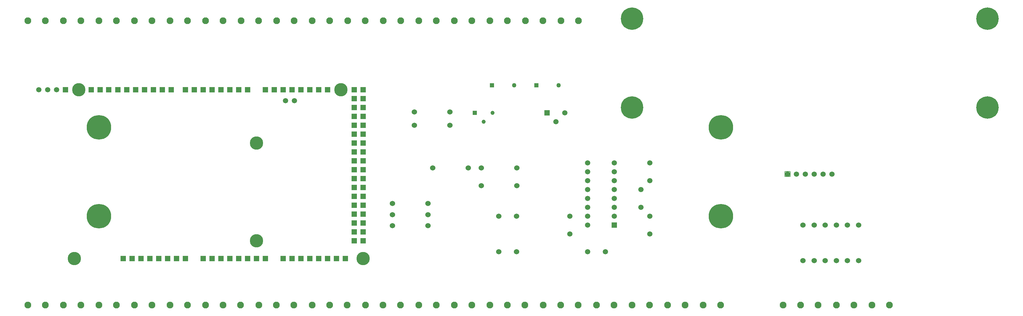
<source format=gbr>
G04 DipTrace 3.3.1.3*
G04 BottomAssy.gbr*
%MOIN*%
G04 #@! TF.FileFunction,Drawing,Bot*
G04 #@! TF.Part,Single*
%ADD16C,0.006563*%
G04 #@! TA.AperFunction,ComponentPad*
%ADD17C,0.076772*%
%ADD18R,0.059055X0.059055*%
%ADD19C,0.15*%
%ADD20R,0.05X0.05*%
%ADD21C,0.05*%
%ADD22C,0.06*%
%ADD23C,0.059055*%
%ADD24C,0.275591*%
%ADD25C,0.251969*%
%ADD26C,0.045996*%
%ADD27R,0.046X0.046*%
%FSLAX26Y26*%
G04*
G70*
G90*
G75*
G01*
G04 BotAssy*
%LPD*%
D17*
X2613066Y3867980D3*
X2809917D3*
X3013066D3*
X3209917D3*
X3413066D3*
X3609917D3*
X6213066D3*
X6409917D3*
X613070Y667980D3*
X809920D3*
X6613066Y3867980D3*
X6809917D3*
X4613066D3*
X4809917D3*
D18*
X4388066Y1392980D3*
Y1492980D3*
Y1592980D3*
Y1692980D3*
Y1792980D3*
Y1892980D3*
Y1992980D3*
Y2092980D3*
Y2192980D3*
Y2292980D3*
Y2392980D3*
Y2492980D3*
Y2592980D3*
Y2692980D3*
Y2792980D3*
Y2892980D3*
Y2992980D3*
X4288066Y3092980D3*
Y1392980D3*
Y1492980D3*
Y1592980D3*
Y1692980D3*
Y1792980D3*
Y1892980D3*
Y1992980D3*
Y2092980D3*
Y2192980D3*
Y2292980D3*
Y2392980D3*
Y2492980D3*
Y2592980D3*
Y2692980D3*
Y2792980D3*
Y2892980D3*
Y2992980D3*
X4388066Y3092980D3*
X2188066Y1192980D3*
X1988066D3*
X1888066D3*
X1788066D3*
X1688066D3*
X3088066D3*
X2988066D3*
X2888066D3*
X2788066D3*
X2688066D3*
X2588066D3*
X2226066Y3092980D3*
X2126066D3*
X2026066D3*
X1926066D3*
X1826066D3*
X1726066D3*
X1626066D3*
X1525066D3*
X1426066D3*
X1326066D3*
X3088066D3*
X2988066D3*
X2888066D3*
X2788066D3*
X2688066D3*
X2588066D3*
X2488066D3*
X2388066D3*
X3288066D3*
X3388066D3*
X3488066D3*
X3588066D3*
X3688066D3*
X3788066D3*
X3888066D3*
X3988066D3*
X3188066Y1192980D3*
X3288066D3*
X3488066D3*
X3588066D3*
X3688066D3*
X3788066D3*
X3888066D3*
X3988066D3*
X4088066D3*
X4188066D3*
X2088066D3*
X2388066D3*
X2288066D3*
D19*
X1138066D3*
X1188066Y3092980D3*
X3188066Y1392980D3*
Y2492980D3*
X4388066Y1192980D3*
X4138066Y3092980D3*
D17*
X1013070Y3867980D3*
X1209920D3*
D20*
X5838066Y3142980D3*
D21*
X6088066D3*
D17*
X9113066Y667980D3*
X9309917D3*
X9506767D3*
X5013066Y3867980D3*
X5209917D3*
X5413066D3*
X5609917D3*
X5813066D3*
X6009917D3*
X1013070Y667980D3*
X1209920D3*
X1413070D3*
X1609920D3*
D22*
X5569318Y2211728D3*
X5169318D3*
D17*
X1413070Y3867980D3*
X1609920D3*
D22*
X5363066Y2842980D3*
X4963066D3*
D20*
X6338066Y3142980D3*
D21*
X6588066D3*
D17*
X7013066Y667980D3*
X7209917D3*
X5813066D3*
X6009917D3*
X6206767D3*
X6413066D3*
X6609917D3*
X6806767D3*
X7413066D3*
X7609917D3*
X7813066D3*
X8009917D3*
X8213066D3*
X8409917D3*
X2613066D3*
X2809917D3*
X3006767D3*
D18*
X7213066Y1567980D3*
D23*
Y1667980D3*
Y1767980D3*
Y1867980D3*
Y1967980D3*
Y2067980D3*
Y2167980D3*
Y2267980D3*
X6913066D3*
Y2167980D3*
Y2067980D3*
Y1967980D3*
Y1867980D3*
Y1767980D3*
Y1667980D3*
Y1567980D3*
D22*
X9463066Y1167980D3*
Y1567980D3*
X9338066Y1167980D3*
Y1567980D3*
X9588066Y1167980D3*
Y1567980D3*
X9713066Y1167980D3*
Y1567980D3*
X9838066Y1167980D3*
Y1567980D3*
X9963066Y1167980D3*
Y1567980D3*
X4963066Y2692980D3*
X5363066D3*
X4718712Y1811397D3*
X5118712D3*
X4718712Y1686397D3*
X5118712D3*
X4718712Y1561397D3*
X5118712D3*
D24*
X1413070Y2667980D3*
Y1667980D3*
D18*
X6456818Y2830480D3*
D23*
X6556818Y2730480D3*
X6656818Y2830480D3*
X7613066Y1467980D3*
Y1667980D3*
X7513066Y1967980D3*
Y1767980D3*
X7613066Y2067980D3*
Y2267980D3*
X6713066Y1467980D3*
Y1667980D3*
X6913066Y1267980D3*
X7113066D3*
X3513066Y2967980D3*
X3613066D3*
D22*
X5913066Y1267980D3*
Y1667980D3*
X6113066Y1267980D3*
Y1667980D3*
D23*
X9663066Y2142980D3*
X9192594Y2113452D2*
D16*
Y2172507D1*
X9133539D1*
Y2113452D1*
X9192594D1*
D23*
X9163066Y2142980D3*
D25*
X11413070Y2892980D3*
Y3892980D3*
X7413066D3*
Y2892980D3*
D23*
X9563066Y2142980D3*
X9463066D3*
X9363066D3*
X9263066D3*
D24*
X8413066Y2667980D3*
Y1667980D3*
D17*
X613070Y3867980D3*
X809920D3*
X1813070D3*
X2009920D3*
X2213066D3*
X2409917D3*
X3813066D3*
X4009917D3*
X4213066D3*
X4409917D3*
X9713066Y667980D3*
X9909917D3*
X10113070D3*
X10309920D3*
X3213066D3*
X3409917D3*
X3606767D3*
X3813066D3*
X4009917D3*
X4206767D3*
X4413066D3*
X4609917D3*
X4806767D3*
X5013066D3*
X5209917D3*
X5413066D3*
X5609917D3*
D26*
X5844318Y2830480D3*
D27*
X5644318D3*
D26*
X5744318Y2730480D3*
D18*
X1038857Y3092980D3*
D23*
X938857D3*
X838857D3*
X738857D3*
D17*
X1813070Y667980D3*
X2009920D3*
X2213066D3*
X2409917D3*
D22*
X5718712Y2211397D3*
X6118712D3*
X5718712Y2011397D3*
X6118712D3*
M02*

</source>
